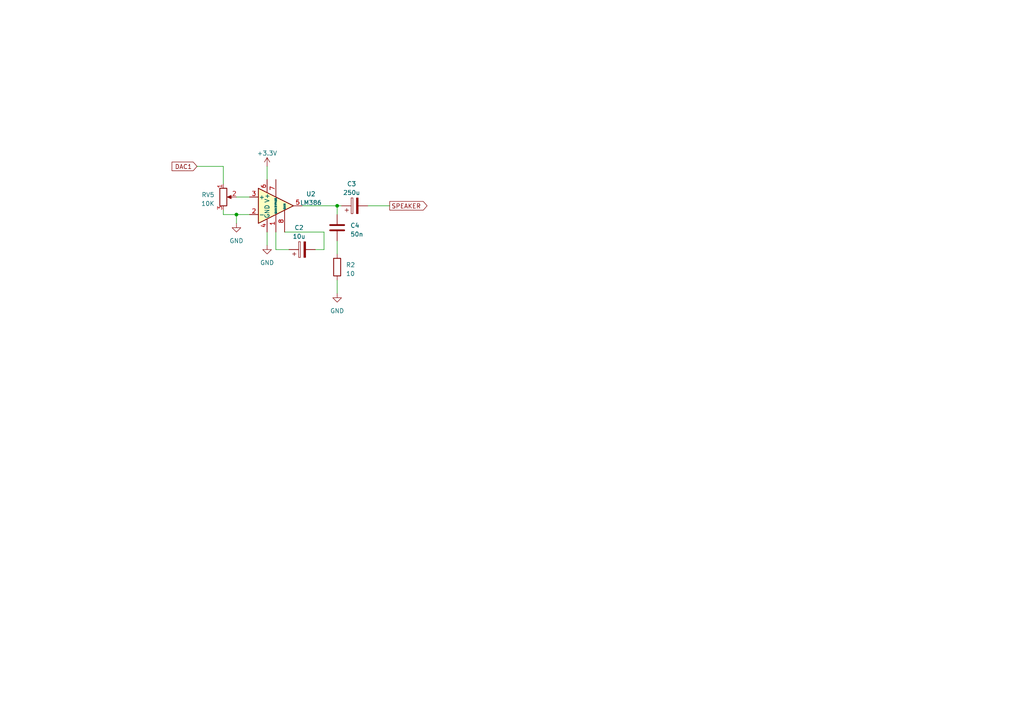
<source format=kicad_sch>
(kicad_sch (version 20230121) (generator eeschema)
  (paper "A4")
  (lib_symbols
    (symbol "Amplifier_Audio:LM386" (pin_names (offset 0.127))
      (property "Reference" "U" (at 1.27 7.62 0))
      (property "Value" "LM386" (at 1.27 5.08 0))
      (symbol "LM386_0_1"
        (polyline (pts (xy 5.08 0) (xy -5.08 5.08) (xy -5.08 -5.08) (xy 5.08 0)) (stroke (width 0.254)) (fill (type background)))
      )
      (symbol "LM386_1_1"
        (pin input line (at 0 -7.62 90) (length 5.08) (name "GAIN") (number "1"))
        (pin input line (at -7.62 -2.54 0) (length 2.54) (name "-") (number "2"))
        (pin input line (at -7.62 2.54 0) (length 2.54) (name "+") (number "3"))
        (pin power_in line (at -2.54 -7.62 90) (length 3.81) (name "GND") (number "4"))
        (pin output line (at 7.62 0 180) (length 2.54) (name "~") (number "5"))
        (pin power_in line (at -2.54 7.62 270) (length 3.81) (name "V+") (number "6"))
        (pin input line (at 0 7.62 270) (length 5.08) (name "BYPASS") (number "7"))
        (pin input line (at 2.54 -7.62 90) (length 6.35) (name "GAIN") (number "8"))
      )
    )
    (symbol "Device:C" (pin_numbers hide) (pin_names (offset 0.254))
      (property "Reference" "C" (at 0.635 2.54 0))
      (property "Value" "C" (at 0.635 -2.54 0))
      (symbol "C_0_1"
        (polyline (pts (xy -2.032 -0.762) (xy 2.032 -0.762)) (stroke (width 0.508)))
        (polyline (pts (xy -2.032 0.762) (xy 2.032 0.762)) (stroke (width 0.508)))
      )
      (symbol "C_1_1"
        (pin passive line (at 0 3.81 270) (length 2.794) (name "~") (number "1"))
        (pin passive line (at 0 -3.81 90) (length 2.794) (name "~") (number "2"))
      )
    )
    (symbol "Device:C_Polarized" (pin_numbers hide) (pin_names (offset 0.254))
      (property "Reference" "C" (at 0.635 2.54 0))
      (property "Value" "C_Polarized" (at 0.635 -2.54 0))
      (symbol "C_Polarized_0_1"
        (rectangle (start -2.286 0.508) (end 2.286 1.016))
        (polyline (pts (xy -1.778 2.286) (xy -0.762 2.286)))
        (polyline (pts (xy -1.27 2.794) (xy -1.27 1.778)))
        (rectangle (start 2.286 -0.508) (end -2.286 -1.016) (fill (type outline)))
      )
      (symbol "C_Polarized_1_1"
        (pin passive line (at 0 3.81 270) (length 2.794) (name "~") (number "1"))
        (pin passive line (at 0 -3.81 90) (length 2.794) (name "~") (number "2"))
      )
    )
    (symbol "Device:R" (pin_numbers hide) (pin_names (offset 0))
      (property "Reference" "R" (at 2.032 0 90))
      (property "Value" "R" (at 0 0 90))
      (symbol "R_0_1"
        (rectangle (start -1.016 -2.54) (end 1.016 2.54) (stroke (width 0.254)))
      )
      (symbol "R_1_1"
        (pin passive line (at 0 3.81 270) (length 1.27) (name "~") (number "1"))
        (pin passive line (at 0 -3.81 90) (length 1.27) (name "~") (number "2"))
      )
    )
    (symbol "Device:R_Potentiometer" (pin_names (offset 1.016) hide)
      (property "Reference" "RV" (at -4.445 0 90))
      (property "Value" "R_Potentiometer" (at -2.54 0 90))
      (symbol "R_Potentiometer_0_1"
        (polyline (pts (xy 2.54 0) (xy 1.524 0)))
        (polyline (pts (xy 1.143 0) (xy 2.286 0.508) (xy 2.286 -0.508) (xy 1.143 0)) (fill (type outline)))
        (rectangle (start 1.016 2.54) (end -1.016 -2.54) (stroke (width 0.254)))
      )
      (symbol "R_Potentiometer_1_1"
        (pin passive line (at 0 3.81 270) (length 1.27) (name "1") (number "1"))
        (pin passive line (at 3.81 0 180) (length 1.27) (name "2") (number "2"))
        (pin passive line (at 0 -3.81 90) (length 1.27) (name "3") (number "3"))
      )
    )
    (symbol "power:+3.3V" (power) (pin_names (offset 0))
      (property "Value" "+3.3V" (at 0 3.556 0))
      (symbol "+3.3V_0_1"
        (polyline (pts (xy -0.762 1.27) (xy 0 2.54)))
        (polyline (pts (xy 0 0) (xy 0 2.54)))
        (polyline (pts (xy 0 2.54) (xy 0.762 1.27)))
      )
      (symbol "+3.3V_1_1"
        (pin power_in line (at 0 0 90) (length 0) hide (name "+3.3V") (number "1"))
      )
    )
    (symbol "power:GND" (power) (pin_names (offset 0))
      (property "Value" "GND" (at 0 -3.81 0))
      (symbol "GND_0_1"
        (polyline (pts (xy 0 0) (xy 0 -1.27) (xy 1.27 -1.27) (xy 0 -2.54) (xy -1.27 -1.27) (xy 0 -1.27)))
      )
      (symbol "GND_1_1"
        (pin power_in line (at 0 0 270) (length 0) hide (name "GND") (number "1"))
      )
    )
  )
  (junction (at 68.58 62.23))
  (junction (at 97.79 59.69))
  (wire (pts (xy 97.79 59.69) (xy 97.79 62.23)))
  (wire (pts (xy 64.77 60.96) (xy 64.77 62.23)))
  (wire (pts (xy 77.47 67.31) (xy 77.47 71.12)))
  (wire (pts (xy 87.63 59.69) (xy 97.79 59.69)))
  (wire (pts (xy 64.77 53.34) (xy 64.77 48.26)))
  (wire (pts (xy 80.01 67.31) (xy 80.01 72.39)))
  (wire (pts (xy 93.98 72.39) (xy 93.98 67.31)))
  (wire (pts (xy 68.58 62.23) (xy 72.39 62.23)))
  (wire (pts (xy 106.68 59.69) (xy 113.03 59.69)))
  (wire (pts (xy 97.79 59.69) (xy 99.06 59.69)))
  (wire (pts (xy 97.79 81.28) (xy 97.79 85.09)))
  (wire (pts (xy 64.77 62.23) (xy 68.58 62.23)))
  (wire (pts (xy 77.47 48.26) (xy 77.47 52.07)))
  (wire (pts (xy 80.01 72.39) (xy 83.82 72.39)))
  (wire (pts (xy 82.55 67.31) (xy 93.98 67.31)))
  (wire (pts (xy 68.58 64.77) (xy 68.58 62.23)))
  (wire (pts (xy 68.58 57.15) (xy 72.39 57.15)))
  (wire (pts (xy 97.79 69.85) (xy 97.79 73.66)))
  (wire (pts (xy 57.15 48.26) (xy 64.77 48.26)))
  (wire (pts (xy 91.44 72.39) (xy 93.98 72.39)))
  (global_label "DAC1" (shape input) (at 57.15 48.26 180) (property "Intersheetrefs" "${INTERSHEET_REFS}" (effects hide)))
  (global_label "SPEAKER" (shape output) (at 113.03 59.69 0) (property "Intersheetrefs" "${INTERSHEET_REFS}" (effects hide)))
  (symbol (lib_id "Device:R") (at 97.79 77.47 0) (unit 1)
    (property "Reference" "R2" (at 100.33 76.835 0) (effects (justify left)))
    (property "Value" "10" (at 100.33 79.375 0) (effects (justify left)))
    (property "Footprint" "Resistor_SMD:R_0805_2012Metric_Pad1.20x1.40mm_HandSolder" (effects hide))
  )
  (symbol (lib_id "Amplifier_Audio:LM386") (at 80.01 59.69 0) (unit 1)
    (property "Reference" "U2" (at 90.17 56.2611 0))
    (property "Value" "LM386" (at 90.17 58.8011 0))
    (property "Datasheet" "http://www.ti.com/lit/ds/symlink/lm386.pdf" (effects hide))
  )
  (symbol (lib_id "Device:C") (at 97.79 66.04 0) (unit 1)
    (property "Reference" "C4" (at 101.6 65.405 0) (effects (justify left)))
    (property "Value" "50n" (at 101.6 67.945 0) (effects (justify left)))
    (property "Footprint" "Capacitor_SMD:C_0805_2012Metric_Pad1.18x1.45mm_HandSolder" (effects hide))
    (instances (project "esp32" (path "" (reference "C4") (unit 1)) (path "" (reference "C3") (unit 1))))
  )
  (symbol (lib_id "Device:C_Polarized") (at 102.87 59.69 90) (unit 1)
    (property "Reference" "C3" (at 101.981 53.34 90))
    (property "Value" "250u" (at 101.981 55.88 90))
    (property "Footprint" "Capacitor_SMD:CP_Elec_5x3" (effects hide))
    (instances (project "esp32" (path "" (reference "C3") (unit 1)) (path "" (reference "C4") (unit 1))))
  )
  (symbol (lib_id "power:+3.3V") (at 77.47 48.26 0) (unit 1)
    (property "Reference" "#PWR016" (effects hide))
    (property "Value" "+3.3V" (at 77.47 44.45 0))
    (instances (project "esp32" (path "" (reference "#PWR016") (unit 1)) (path "" (reference "#PWR015") (unit 1))))
  )
  (symbol (lib_id "Device:C_Polarized") (at 87.63 72.39 90) (unit 1)
    (property "Reference" "C2" (at 86.741 66.04 90))
    (property "Value" "10u" (at 86.741 68.58 90))
    (property "Footprint" "Capacitor_SMD:CP_Elec_5x3" (effects hide))
  )
  (symbol (lib_id "power:GND") (at 97.79 85.09 0) (unit 1)
    (property "Reference" "#PWR017" (effects hide))
    (property "Value" "GND" (at 97.79 90.17 0))
  )
  (symbol (lib_id "power:GND") (at 77.47 71.12 0) (unit 1)
    (property "Reference" "#PWR015" (effects hide))
    (property "Value" "GND" (at 77.47 76.2 0))
    (instances (project "esp32" (path "" (reference "#PWR015") (unit 1)) (path "" (reference "#PWR016") (unit 1))))
  )
  (symbol (lib_id "power:GND") (at 68.58 64.77 0) (unit 1)
    (property "Reference" "#PWR014" (effects hide))
    (property "Value" "GND" (at 68.58 69.85 0))
  )
  (symbol (lib_id "Device:R_Potentiometer") (at 64.77 57.15 0) (unit 1)
    (property "Reference" "RV5" (at 62.23 56.515 0) (effects (justify right)))
    (property "Value" "10K" (at 62.23 59.055 0) (effects (justify right)))
    (property "Footprint" "Potentiometer_SMD:Potentiometer_Bourns_3314G_Vertical" (effects hide))
  )
)
</source>
